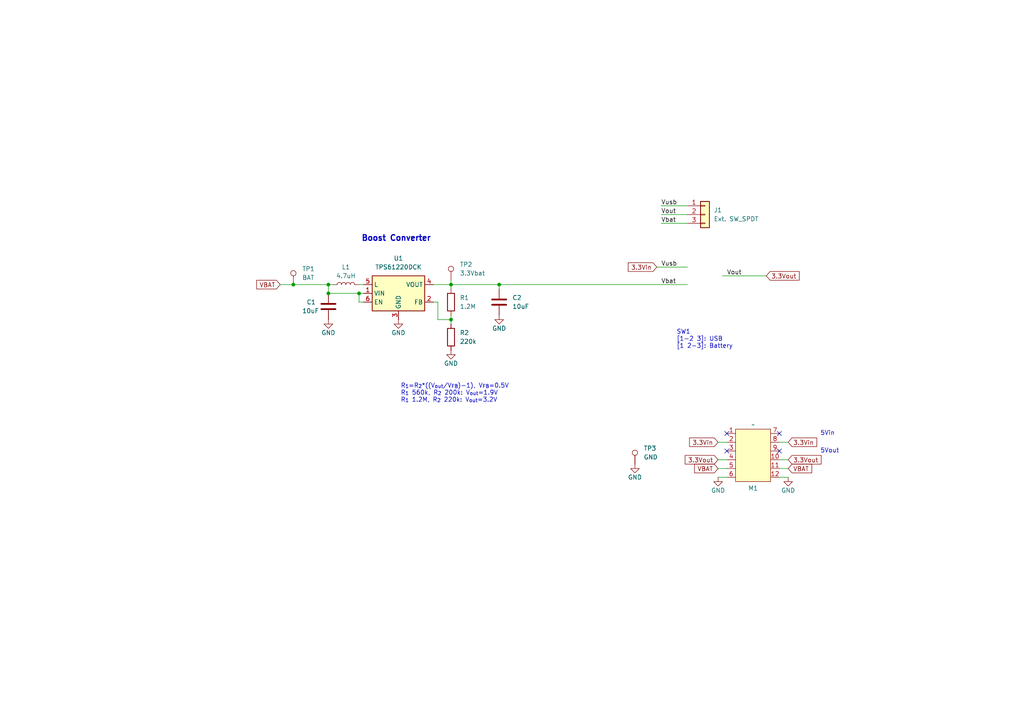
<source format=kicad_sch>
(kicad_sch (version 20250114) (generator "eeschema") (generator_version "9.0")
  (paper "A4")
  (lib_symbols
    (symbol "Connector:TestPoint" (pin_numbers (hide yes)) (pin_names (offset 0.762) (hide yes))
      (property "Reference" "TP" (at 0 6.858 0))
      (property "Value" "TestPoint" (at 0 5.08 0))
      (symbol "TestPoint_0_1"
        (circle (center 0 3.302) (radius 0.762))
      )
      (symbol "TestPoint_1_1"
        (pin passive line (at 0 0 90) (length 2.54) (name "1") (number "1"))
      )
    )
    (symbol "Connector_Generic:Conn_01x03" (pin_names (offset 1.016) (hide yes))
      (property "Reference" "J" (at 0 5.08 0))
      (property "Value" "Conn_01x03" (at 0 -5.08 0))
      (symbol "Conn_01x03_1_1"
        (rectangle (start -1.27 3.81) (end 1.27 -3.81) (stroke (width 0.254)) (fill (type background)))
        (rectangle (start -1.27 2.667) (end 0 2.413) (stroke (width 0.1524)))
        (rectangle (start -1.27 0.127) (end 0 -0.127) (stroke (width 0.1524)))
        (rectangle (start -1.27 -2.413) (end 0 -2.667) (stroke (width 0.1524)))
        (pin passive line (at -5.08 2.54 0) (length 3.81) (name "Pin_1") (number "1"))
        (pin passive line (at -5.08 0 0) (length 3.81) (name "Pin_2") (number "2"))
        (pin passive line (at -5.08 -2.54 0) (length 3.81) (name "Pin_3") (number "3"))
      )
    )
    (symbol "Device:C" (pin_numbers (hide yes)) (pin_names (offset 0.254))
      (property "Reference" "C" (at 0.635 2.54 0))
      (property "Value" "C" (at 0.635 -2.54 0))
      (symbol "C_0_1"
        (polyline (pts (xy -2.032 0.762) (xy 2.032 0.762)) (stroke (width 0.508)))
        (polyline (pts (xy -2.032 -0.762) (xy 2.032 -0.762)) (stroke (width 0.508)))
      )
      (symbol "C_1_1"
        (pin passive line (at 0 3.81 270) (length 2.794) (name "~") (number "1"))
        (pin passive line (at 0 -3.81 90) (length 2.794) (name "~") (number "2"))
      )
    )
    (symbol "Device:L" (pin_numbers (hide yes)) (pin_names (offset 1.016) (hide yes))
      (property "Reference" "L" (at -1.27 0 90))
      (property "Value" "L" (at 1.905 0 90))
      (symbol "L_0_1"
        (arc (start 0 2.54) (mid 0.6323 1.905) (end 0 1.27))
        (arc (start 0 1.27) (mid 0.6323 0.635) (end 0 0))
        (arc (start 0 0) (mid 0.6323 -0.635) (end 0 -1.27))
        (arc (start 0 -1.27) (mid 0.6323 -1.905) (end 0 -2.54))
      )
      (symbol "L_1_1"
        (pin passive line (at 0 3.81 270) (length 1.27) (name "1") (number "1"))
        (pin passive line (at 0 -3.81 90) (length 1.27) (name "2") (number "2"))
      )
    )
    (symbol "Device:R" (pin_numbers (hide yes)) (pin_names (offset 0))
      (property "Reference" "R" (at 2.032 0 90))
      (property "Value" "R" (at 0 0 90))
      (symbol "R_0_1"
        (rectangle (start -1.016 -2.54) (end 1.016 2.54) (stroke (width 0.254)))
      )
      (symbol "R_1_1"
        (pin passive line (at 0 3.81 270) (length 1.27) (name "~") (number "1"))
        (pin passive line (at 0 -3.81 90) (length 1.27) (name "~") (number "2"))
      )
    )
    (symbol "ErgoSNM_Keyboard_Library:SNM_Battery_board"
      (property "Reference" "M" (at 0 -10.414 0))
      (symbol "SNM_Battery_board_1_1"
        (rectangle (start -5.08 6.35) (end 5.08 -8.89) (fill (type background)))
        (pin passive line (at -7.62 5.08 0) (length 2.54) (name "") (number "1"))
        (pin passive line (at -7.62 2.54 0) (length 2.54) (name "") (number "2"))
        (pin passive line (at -7.62 0 0) (length 2.54) (name "") (number "3"))
        (pin passive line (at -7.62 -2.54 0) (length 2.54) (name "") (number "4"))
        (pin passive line (at -7.62 -5.08 0) (length 2.54) (name "") (number "5"))
        (pin passive line (at -7.62 -7.62 0) (length 2.54) (name "") (number "6"))
        (pin passive line (at 7.62 5.08 180) (length 2.54) (name "") (number "7"))
        (pin passive line (at 7.62 2.54 180) (length 2.54) (name "") (number "8"))
        (pin passive line (at 7.62 0 180) (length 2.54) (name "") (number "9"))
        (pin passive line (at 7.62 -2.54 180) (length 2.54) (name "") (number "10"))
        (pin passive line (at 7.62 -5.08 180) (length 2.54) (name "") (number "11"))
        (pin passive line (at 7.62 -7.62 180) (length 2.54) (name "") (number "12"))
      )
    )
    (symbol "Regulator_Switching:TPS61220DCK"
      (property "Reference" "U" (at -7.62 6.35 0))
      (property "Value" "TPS61220DCK" (at 2.54 6.35 0))
      (symbol "TPS61220DCK_0_1"
        (rectangle (start -7.62 5.08) (end 7.62 -5.08) (stroke (width 0.254)) (fill (type background)))
      )
      (symbol "TPS61220DCK_1_1"
        (pin power_in line (at -10.16 2.54 0) (length 2.54) (name "L") (number "5"))
        (pin power_in line (at -10.16 0 0) (length 2.54) (name "VIN") (number "1"))
        (pin input line (at -10.16 -2.54 0) (length 2.54) (name "EN") (number "6"))
        (pin power_in line (at 0 -7.62 90) (length 2.54) (name "GND") (number "3"))
        (pin power_out line (at 10.16 2.54 180) (length 2.54) (name "VOUT") (number "4"))
        (pin input line (at 10.16 -2.54 180) (length 2.54) (name "FB") (number "2"))
      )
    )
    (symbol "power:GND" (power) (pin_numbers (hide yes)) (pin_names (offset 0) (hide yes))
      (property "Value" "GND" (at 0 -3.81 0))
      (symbol "GND_0_1"
        (polyline (pts (xy 0 0) (xy 0 -1.27) (xy 1.27 -1.27) (xy 0 -2.54) (xy -1.27 -1.27) (xy 0 -1.27)))
      )
      (symbol "GND_1_1"
        (pin power_in line (at 0 0 270) (length 0) (name "~") (number "1"))
      )
    )
  )
  (text "5Vin" (at 240.03 125.73 0) (effects (font (size 1.27 1.27))))
  (text "R_{1}=R_{2}*((V_{out}/V_{FB})-1), V_{FB}=0.5V\nR_{1} 560k, R_{2} 200k: V_{out}=1.9V\nR_{1} 1.2M, R_{2} 220k: V_{out}=3.2V" (at 116.205 116.84 0) (effects (font (size 1.27 1.27)) (justify left bottom)))
  (text "5Vout" (at 240.665 130.81 0) (effects (font (size 1.27 1.27))))
  (text "Boost Converter" (at 114.935 69.215 0) (effects (font (size 1.651 1.651) (thickness 0.3302) (bold yes))))
  (text "SW1\n[1-2 3]: USB\n[1 2-3]: Battery" (at 196.215 98.425 0) (effects (font (size 1.27 1.27)) (justify left)))
  (junction (at 85.09 82.55))
  (junction (at 95.25 82.55))
  (junction (at 130.81 92.71))
  (junction (at 144.78 82.55))
  (junction (at 95.25 85.09))
  (junction (at 130.81 82.55))
  (junction (at 104.14 85.09))
  (no_connect (at 210.82 130.81))
  (no_connect (at 226.06 130.81))
  (no_connect (at 210.82 125.73))
  (no_connect (at 226.06 125.73))
  (wire (pts (xy 208.28 133.35) (xy 210.82 133.35)))
  (wire (pts (xy 130.81 81.28) (xy 130.81 82.55)))
  (wire (pts (xy 85.09 82.55) (xy 95.25 82.55)))
  (wire (pts (xy 130.81 83.82) (xy 130.81 82.55)))
  (wire (pts (xy 127 92.71) (xy 130.81 92.71)))
  (wire (pts (xy 208.28 128.27) (xy 210.82 128.27)))
  (wire (pts (xy 144.78 82.55) (xy 199.39 82.55)))
  (wire (pts (xy 191.77 59.69) (xy 199.39 59.69)))
  (wire (pts (xy 130.81 93.98) (xy 130.81 92.71)))
  (wire (pts (xy 127 92.71) (xy 127 87.63)))
  (wire (pts (xy 199.39 77.47) (xy 190.5 77.47)))
  (wire (pts (xy 104.14 87.63) (xy 105.41 87.63)))
  (wire (pts (xy 228.6 133.35) (xy 226.06 133.35)))
  (wire (pts (xy 208.28 135.89) (xy 210.82 135.89)))
  (wire (pts (xy 209.55 80.01) (xy 222.25 80.01)))
  (wire (pts (xy 104.14 82.55) (xy 105.41 82.55)))
  (wire (pts (xy 191.77 64.77) (xy 199.39 64.77)))
  (wire (pts (xy 125.73 82.55) (xy 130.81 82.55)))
  (wire (pts (xy 81.28 82.55) (xy 85.09 82.55)))
  (wire (pts (xy 208.28 138.43) (xy 210.82 138.43)))
  (wire (pts (xy 144.78 83.82) (xy 144.78 82.55)))
  (wire (pts (xy 95.25 85.09) (xy 104.14 85.09)))
  (wire (pts (xy 228.6 128.27) (xy 226.06 128.27)))
  (wire (pts (xy 228.6 135.89) (xy 226.06 135.89)))
  (wire (pts (xy 130.81 82.55) (xy 144.78 82.55)))
  (wire (pts (xy 95.25 82.55) (xy 95.25 85.09)))
  (wire (pts (xy 127 87.63) (xy 125.73 87.63)))
  (wire (pts (xy 130.81 92.71) (xy 130.81 91.44)))
  (wire (pts (xy 95.25 82.55) (xy 96.52 82.55)))
  (wire (pts (xy 228.6 138.43) (xy 226.06 138.43)))
  (wire (pts (xy 104.14 85.09) (xy 105.41 85.09)))
  (wire (pts (xy 104.14 85.09) (xy 104.14 87.63)))
  (wire (pts (xy 191.77 62.23) (xy 199.39 62.23)))
  (label "Vout" (at 191.77 62.23 0))
  (label "Vusb" (at 191.77 59.69 0))
  (label "Vbat" (at 191.77 64.77 0))
  (label "Vbat" (at 191.77 82.55 0))
  (label "Vout" (at 210.82 80.01 0))
  (label "Vusb" (at 191.77 77.47 0))
  (global_label "VBAT" (shape input) (at 81.28 82.55 180) (property "Intersheetrefs" "${INTERSHEET_REFS}" (effects (hide yes))))
  (global_label "3.3Vin" (shape input) (at 190.5 77.47 180) (property "Intersheetrefs" "${INTERSHEET_REFS}" (effects (hide yes))))
  (global_label "3.3Vout" (shape input) (at 228.6 133.35 0) (property "Intersheetrefs" "${INTERSHEET_REFS}" (effects (hide yes))))
  (global_label "3.3Vout" (shape input) (at 208.28 133.35 180) (property "Intersheetrefs" "${INTERSHEET_REFS}" (effects (hide yes))))
  (global_label "3.3Vin" (shape input) (at 228.6 128.27 0) (property "Intersheetrefs" "${INTERSHEET_REFS}" (effects (hide yes))))
  (global_label "3.3Vin" (shape input) (at 208.28 128.27 180) (property "Intersheetrefs" "${INTERSHEET_REFS}" (effects (hide yes))))
  (global_label "3.3Vout" (shape input) (at 222.25 80.01 0) (property "Intersheetrefs" "${INTERSHEET_REFS}" (effects (hide yes))))
  (global_label "VBAT" (shape input) (at 228.6 135.89 0) (property "Intersheetrefs" "${INTERSHEET_REFS}" (effects (hide yes))))
  (global_label "VBAT" (shape input) (at 208.28 135.89 180) (property "Intersheetrefs" "${INTERSHEET_REFS}" (effects (hide yes))))
  (symbol (lib_id "power:GND") (at 228.6 138.43 0) (mirror y) (unit 1)
    (property "Reference" "#PWR07" (effects (hide yes)))
    (property "Value" "GND" (at 228.6 142.24 0))
  )
  (symbol (lib_id "Device:L") (at 100.33 82.55 90) (unit 1)
    (property "Reference" "L1" (at 100.33 77.47 90))
    (property "Value" "4.7uH" (at 100.33 80.01 90))
    (property "Footprint" "Inductor_SMD:L_Changjiang_FNR4030S" (effects (hide yes)))
  )
  (symbol (lib_id "power:GND") (at 184.15 134.62 0) (unit 1)
    (property "Reference" "#PWR05" (effects (hide yes)))
    (property "Value" "GND" (at 184.15 138.43 0))
  )
  (symbol (lib_id "Connector:TestPoint") (at 130.81 81.28 0) (unit 1)
    (property "Reference" "TP2" (at 133.35 76.7079 0) (effects (justify left)))
    (property "Value" "3.3Vbat" (at 133.35 79.2479 0) (effects (justify left)))
    (property "Footprint" "TestPoint:TestPoint_Pad_D1.5mm" (effects (hide yes)))
    (property "Description" "test point" (effects (hide yes)))
  )
  (symbol (lib_id "Device:C") (at 144.78 87.63 0) (unit 1)
    (property "Reference" "C2" (at 148.59 86.36 0) (effects (justify left)))
    (property "Value" "10uF" (at 148.59 88.9 0) (effects (justify left)))
    (property "Footprint" "Capacitor_SMD:C_0603_1608Metric" (effects (hide yes)))
    (property "MFR. Part #" "CL05A105KA5NQNC" (effects (hide yes)))
    (property "LCSC" "C52923" (effects (hide yes)))
  )
  (symbol (lib_id "Device:R") (at 130.81 97.79 0) (unit 1)
    (property "Reference" "R2" (at 133.35 96.52 0) (effects (justify left)))
    (property "Value" "220k" (at 133.35 99.06 0) (effects (justify left)))
    (property "Footprint" "Resistor_SMD:R_0603_1608Metric" (effects (hide yes)))
    (property "MFR. Part #" "0402WGF1002TCE " (effects (hide yes)))
    (property "LCSC" "C25744" (effects (hide yes)))
  )
  (symbol (lib_id "Device:R") (at 130.81 87.63 0) (unit 1)
    (property "Reference" "R1" (at 133.35 86.36 0) (effects (justify left)))
    (property "Value" "1.2M" (at 133.35 88.9 0) (effects (justify left)))
    (property "Footprint" "Resistor_SMD:R_0603_1608Metric" (effects (hide yes)))
    (property "MFR. Part #" "0402WGF1002TCE " (effects (hide yes)))
    (property "LCSC" "C25744" (effects (hide yes)))
  )
  (symbol (lib_id "power:GND") (at 130.81 101.6 0) (unit 1)
    (property "Reference" "#PWR03" (effects (hide yes)))
    (property "Value" "GND" (at 130.81 105.41 0))
  )
  (symbol (lib_id "power:GND") (at 144.78 91.44 0) (unit 1)
    (property "Reference" "#PWR04" (effects (hide yes)))
    (property "Value" "GND" (at 144.78 95.25 0))
  )
  (symbol (lib_id "Regulator_Switching:TPS61220DCK") (at 115.57 85.09 0) (unit 1)
    (property "Reference" "U1" (at 115.57 74.93 0))
    (property "Value" "TPS61220DCK" (at 115.57 77.47 0))
    (property "Footprint" "Package_TO_SOT_SMD:Texas_R-PDSO-G6" (effects (hide yes)))
    (property "Datasheet" "http://www.ti.com/lit/ds/symlink/tps61220.pdf" (effects (hide yes)))
  )
  (symbol (lib_id "Connector_Generic:Conn_01x03") (at 204.47 62.23 0) (unit 1)
    (property "Reference" "J1" (at 207.01 60.9599 0) (effects (justify left)))
    (property "Value" "Ext. SW_SPDT" (at 207.01 63.4999 0) (effects (justify left)))
    (property "Footprint" "Connector_JST:JST_PH_S3B-PH-SM4-TB_1x03-1MP_P2.00mm_Horizontal" (effects (hide yes)))
    (property "Description" "Generic connector, single row, 01x03, script generated (kicad-library-utils/schlib/autogen/connector/)" (effects (hide yes)))
  )
  (symbol (lib_id "power:GND") (at 115.57 92.71 0) (unit 1)
    (property "Reference" "#PWR02" (effects (hide yes)))
    (property "Value" "GND" (at 115.57 96.52 0))
  )
  (symbol (lib_id "power:GND") (at 208.28 138.43 0) (unit 1)
    (property "Reference" "#PWR06" (effects (hide yes)))
    (property "Value" "GND" (at 208.28 142.24 0))
  )
  (symbol (lib_id "Connector:TestPoint") (at 85.09 82.55 0) (unit 1)
    (property "Reference" "TP1" (at 87.63 77.9779 0) (effects (justify left)))
    (property "Value" "BAT" (at 87.63 80.5179 0) (effects (justify left)))
    (property "Footprint" "TestPoint:TestPoint_Pad_D1.5mm" (effects (hide yes)))
    (property "Description" "test point" (effects (hide yes)))
  )
  (symbol (lib_id "Device:C") (at 95.25 88.9 0) (unit 1)
    (property "Reference" "C1" (at 88.9 87.63 0) (effects (justify left)))
    (property "Value" "10uF" (at 87.63 90.17 0) (effects (justify left)))
    (property "Footprint" "Capacitor_SMD:C_0603_1608Metric" (effects (hide yes)))
    (property "MFR. Part #" "CL05A105KA5NQNC" (effects (hide yes)))
    (property "LCSC" "C52923" (effects (hide yes)))
  )
  (symbol (lib_id "Connector:TestPoint") (at 184.15 134.62 0) (unit 1)
    (property "Reference" "TP3" (at 186.69 130.0479 0) (effects (justify left)))
    (property "Value" "GND" (at 186.69 132.5879 0) (effects (justify left)))
    (property "Footprint" "TestPoint:TestPoint_Pad_D1.5mm" (effects (hide yes)))
    (property "Description" "test point" (effects (hide yes)))
  )
  (symbol (lib_id "ErgoSNM_Keyboard_Library:SNM_Battery_board") (at 218.44 130.81 0) (unit 1)
    (property "Reference" "M1" (at 218.44 141.605 0))
    (property "Value" "~" (at 218.44 123.19 0))
    (property "Footprint" "ErgoSNM_Keyboard:SNM_Battery_board" (effects (hide yes)))
  )
  (symbol (lib_id "power:GND") (at 95.25 92.71 0) (unit 1)
    (property "Reference" "#PWR01" (effects (hide yes)))
    (property "Value" "GND" (at 95.25 96.52 0))
  )
)
</source>
